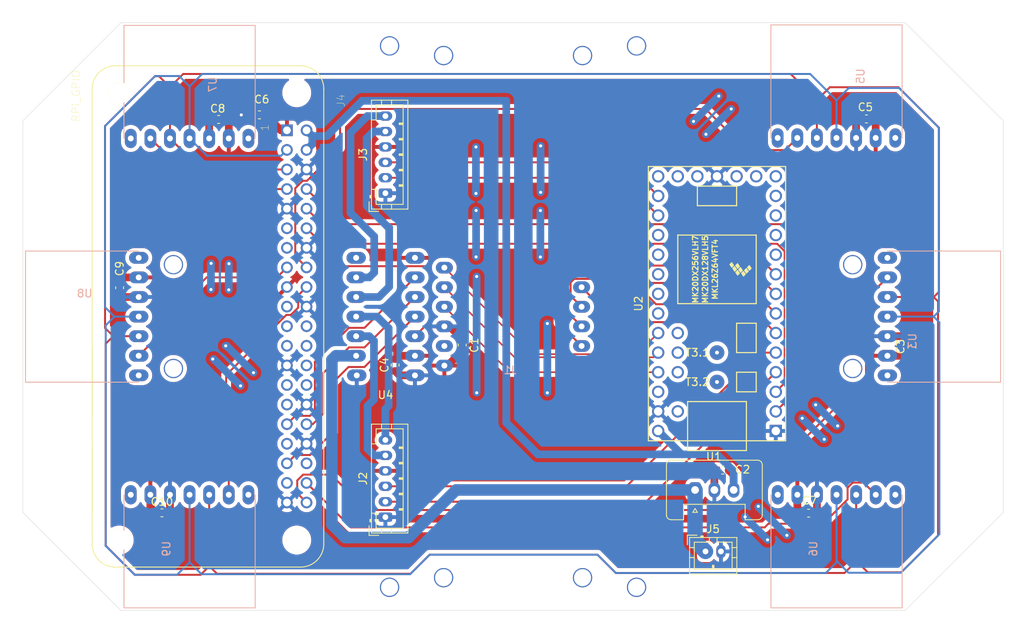
<source format=kicad_pcb>
(kicad_pcb (version 20211014) (generator pcbnew)
  (title_block (title "PacBot 2022 PCB"))
  (layers (0 "F.Cu" signal) (31 "B.Cu" signal) (34 "B.Paste" user) (35 "F.Paste" user) (36 "B.SilkS" user "B.Silkscreen") (37 "F.SilkS" user "F.Silkscreen") (38 "B.Mask" user) (39 "F.Mask" user) (44 "Edge.Cuts" user))
  (net 0 "")
  (net 1 "+3V3")
  (net 2 "GND")
  (net 3 "+5V")
  (net 5 "/SDA1")
  (net 6 "/SCL1")
  (net 7 "/IMU_RST")
  (net 8 "/IMU_PS0")
  (net 9 "/IMU_PS1")
  (net 10 "/IMU_INT")
  (net 11 "/IMU_ADR")
  (net 12 "/L_EN_B")
  (net 13 "/L_EN_A")
  (net 14 "Net-(J2-Pad5)")
  (net 15 "Net-(J2-Pad6)")
  (net 16 "/R_EN_B")
  (net 17 "/R_EN_A")
  (net 18 "Net-(J3-Pad5)")
  (net 19 "Net-(J3-Pad6)")
  (net 20 "/IRB_EN")
  (net 21 "/IRC_EN")
  (net 24 "/BPH")
  (net 26 "/AEN")
  (net 27 "/APH")
  (net 37 "/IRF_EN")
  (net 38 "/IRE_EN")
  (net 39 "/IRA_EN")
  (net 41 "/BEN")
  (net 43 "/COM_TO_PI")
  (net 44 "/COM_TO_TN")
  (net 45 "/IRD_EN")
  (net 46 "/SCL0")
  (net 47 "/SDA0")
  (net 48 "/VBAT")
  (footprint "Capacitor_SMD:C_0603_1608Metric" (layer "F.Cu") (at 105.49 79.47 180)
    (fp_text reference "C8")
    (fp_text value "1uF")
  )
  (footprint "Capacitor_SMD:C_0603_1608Metric" (layer "F.Cu") (at 110.77 78.87 180)
    (fp_text reference "C6")
    (fp_text value "1uF")
  )
  (footprint "Capacitor_SMD:C_0603_1608Metric" (layer "F.Cu") (at 92.66 101.29 -90)
    (fp_text reference "C9")
    (fp_text value "1uF")
  )
  (footprint "Connector_JST:JST_PH_B2B-PH-K_1x02_P2.00mm_Vertical" (layer "F.Cu") (at 168.56 135.48)
    (fp_text reference "J5")
    (fp_text value "Conn_Batt")
  )
  (footprint "Capacitor_SMD:C_0603_1608Metric" (layer "F.Cu") (at 137.04 108.715 90)
    (fp_text reference "C1")
    (fp_text value "1uF")
  )
  (footprint "Connector_JST:JST_PH_B6B-PH-K_1x06_P2.00mm_Vertical" (layer "F.Cu") (at 127.09 89.03 90)
    (fp_text reference "J3")
    (fp_text value "conn_motor-encoder_R")
  )
  (footprint "Capacitor_SMD:C_0603_1608Metric" (layer "F.Cu") (at 170.79 124.93 180)
    (fp_text reference "C2")
    (fp_text value "1uF")
  )
  (footprint "Capacitor_SMD:C_0603_1608Metric" (layer "F.Cu") (at 128.35 111.31 -90)
    (fp_text reference "C4")
    (fp_text value "1uF")
  )
  (footprint "ADA3708:ADA3708_RPI-ZERO" (layer "F.Cu") (at 115.605 105.005 -90)
    (fp_text reference "J4")
    (fp_text value "RPi_GPIO")
  )
  (footprint "Connector_Stocko:Stocko_MKS_1653-6-0-303_1x3_P2.50mm_Vertical" (layer "F.Cu") (at 167.21 127.51)
    (fp_text reference "U1")
    (fp_text value "L7805")
  )
  (footprint "Capacitor_SMD:C_0603_1608Metric" (layer "F.Cu") (at 189.41 79.4 180)
    (fp_text reference "C5")
    (fp_text value "1uF")
  )
  (footprint "Capacitor_SMD:C_0603_1608Metric" (layer "F.Cu") (at 98.14 130.47)
    (fp_text reference "C10")
    (fp_text value "1uF")
  )
  (footprint "Capacitor_SMD:C_0603_1608Metric" (layer "F.Cu") (at 181.92 130.52)
    (fp_text reference "C7")
    (fp_text value "1uF")
  )
  (footprint "Connector_JST:JST_PH_B6B-PH-K_1x06_P2.00mm_Vertical" (layer "F.Cu") (at 127.09 131.03 90)
    (fp_text reference "J2")
    (fp_text value "conn_motor-encoder_L")
  )
  (footprint "Capacitor_SMD:C_0603_1608Metric" (layer "F.Cu") (at 195.3 108.985 -90)
    (fp_text reference "C3")
    (fp_text value "1uF")
  )
  (footprint "pacbot:drv8835" (layer "F.Cu") (at 127.11 105.03 180)
    (fp_text reference "U4")
    (fp_text value "DRV8835")
  )
  (footprint "teensy:Teensy30_31_32_LC" (layer "F.Cu") (at 170.05 103.35 90)
    (fp_text reference "U2")
    (fp_text value "Teensy-LC")
  )
  (footprint "pacbot:conn_ir" (layer "B.Cu") (at 185.54 128.13 -90)
    (fp_text reference "U6")
    (fp_text value "VL6180X")
  )
  (footprint "pacbot:conn_ir" (layer "B.Cu") (at 101.72 81.93 90)
    (fp_text reference "U7")
    (fp_text value "VL6180X")
  )
  (footprint "pacbot:conn_ir" (layer "B.Cu") (at 95.13 105.03 180)
    (fp_text reference "U8")
    (fp_text value "VL6180X")
  )
  (footprint "pacbot:conn_ir" (layer "B.Cu") (at 101.72 128.13 -90)
    (fp_text reference "U9")
    (fp_text value "VL6180X")
  )
  (footprint "pacbot:conn_ir" (layer "B.Cu") (at 192.13 105.03)
    (fp_text reference "U3")
    (fp_text value "VL6180X")
  )
  (footprint "pacbot:conn_imu" (layer "B.Cu") (at 134.73 105.03)
    (fp_text reference "J1")
    (fp_text value "conn_imu")
  )
  (footprint "pacbot:conn_ir" (layer "B.Cu") (at 185.53 81.865 90)
    (fp_text reference "U5")
    (fp_text value "VL6180X")
  )
  (gr_line (start 80.13 79.63) (end 92.83 66.93) (layer "Edge.Cuts") (width 0.05))
  (gr_line (start 92.83 66.93) (end 194.43 66.93) (layer "Edge.Cuts") (width 0.05))
  (gr_line (start 207.13 130.43) (end 194.43 143.13) (layer "Edge.Cuts") (width 0.05))
  (gr_line (start 80.13 130.43) (end 80.13 79.63) (layer "Edge.Cuts") (width 0.05))
  (gr_line (start 80.13 130.43) (end 92.83 143.13) (layer "Edge.Cuts") (width 0.05))
  (gr_line (start 207.13 79.63) (end 207.13 130.43) (layer "Edge.Cuts") (width 0.05))
  (gr_line (start 194.43 143.13) (end 92.83 143.13) (layer "Edge.Cuts") (width 0.05))
  (gr_line (start 207.13 79.63) (end 194.43 66.93) (layer "Edge.Cuts") (width 0.05))
  (via (at 99.63 98.299) (size 2.5) (drill 2.2) (layers "F.Cu" "B.Cu") (net 0))
  (via (at 152.63 138.88) (size 2.5) (drill 2.2) (layers "F.Cu" "B.Cu") (net 0))
  (via (at 187.63 98.299) (size 2.5) (drill 2.2) (layers "F.Cu" "B.Cu") (net 0))
  (via (at 152.63 71.18) (size 2.5) (drill 2.2) (layers "F.Cu" "B.Cu") (net 0))
  (via (at 127.63 140.13) (size 2.5) (drill 2.2) (layers "F.Cu" "B.Cu") (net 0))
  (via (at 127.63 69.93) (size 2.5) (drill 2.2) (layers "F.Cu" "B.Cu") (net 0))
  (via (at 99.63 111.761) (size 2.5) (drill 2.2) (layers "F.Cu" "B.Cu") (net 0))
  (via (at 159.63 140.13) (size 2.5) (drill 2.2) (layers "F.Cu" "B.Cu") (net 0))
  (via (at 187.63 111.761) (size 2.5) (drill 2.2) (layers "F.Cu" "B.Cu") (net 0))
  (via (at 134.63 138.88) (size 2.5) (drill 2.2) (layers "F.Cu" "B.Cu") (net 0))
  (via (at 159.63 69.93) (size 2.5) (drill 2.2) (layers "F.Cu" "B.Cu") (net 0))
  (via (at 134.63 71.18) (size 2.5) (drill 2.2) (layers "F.Cu" "B.Cu") (net 0))
  (segment (start 106.8 81.93) (end 106.8 80.005) (width 1) (layer "F.Cu") (net 1))
  (segment (start 180.46 128.13) (end 180.46 129.835) (width 1) (layer "F.Cu") (net 1))
  (segment (start 167.01 79.72) (end 167.07 79.66) (width 0.25) (layer "F.Cu") (net 1))
  (segment (start 95.13 99.95) (end 93.225 99.95) (width 1) (layer "F.Cu") (net 1))
  (segment (start 192.13 110.11) (end 194.95 110.11) (width 1) (layer "F.Cu") (net 1))
  (segment (start 106.8 80.005) (end 106.265 79.47) (width 1) (layer "F.Cu") (net 1))
  (segment (start 130.92 110.11) (end 128.775 110.11) (width 1) (layer "F.Cu") (net 1))
  (segment (start 194.95 110.11) (end 195.3 109.76) (width 1) (layer "F.Cu") (net 1))
  (segment (start 134.73 111.38) (end 135.15 111.38) (width 1) (layer "F.Cu") (net 1))
  (segment (start 135.15 111.38) (end 137.04 109.49) (width 1) (layer "F.Cu") (net 1))
  (segment (start 180.46 129.835) (end 181.145 130.52) (width 1) (layer "F.Cu") (net 1))
  (segment (start 190.61 81.865) (end 190.61 79.825) (width 1) (layer "F.Cu") (net 1))
  (segment (start 113.55 80.875) (end 111.545 78.87) (width 1) (layer "F.Cu") (net 1))
  (segment (start 96.64 129.745) (end 97.365 130.47) (width 1) (layer "F.Cu") (net 1))
  (segment (start 93.225 99.95) (end 92.66 100.515) (width 1) (layer "F.Cu") (net 1))
  (segment (start 128.775 110.11) (end 128.35 110.535) (width 1) (layer "F.Cu") (net 1))
  (segment (start 96.64 128.13) (end 96.64 129.745) (width 1) (layer "F.Cu") (net 1))
  (segment (start 190.61 79.825) (end 190.185 79.4) (width 1) (layer "F.Cu") (net 1))
  (segment (start 114.335 80.875) (end 113.55 80.875) (width 1) (layer "F.Cu") (net 1))
  (via (at 106.8 101.56) (size 0.8) (drill 0.4) (layers "F.Cu" "B.Cu") (net 1))
  (via (at 138.82 89.06) (size 0.8) (drill 0.4) (layers "F.Cu" "B.Cu") (net 1))
  (via (at 138.84 91.27) (size 0.8) (drill 0.4) (layers "F.Cu" "B.Cu") (net 1))
  (via (at 110 112.3) (size 0.8) (drill 0.4) (layers "F.Cu" "B.Cu") (net 1))
  (via (at 170.28 76.44) (size 0.8) (drill 0.4) (layers "F.Cu" "B.Cu") (net 1))
  (via (at 147.17 97.3) (size 0.8) (drill 0.4) (layers "F.Cu" "B.Cu") (net 1))
  (via (at 104.51 98.13) (size 0.8) (drill 0.4) (layers "F.Cu" "B.Cu") (net 1))
  (via (at 167.01 79.72) (size 0.8) (drill 0.4) (layers "F.Cu" "B.Cu") (net 1))
  (via (at 181.09 118.21) (size 0.8) (drill 0.4) (layers "F.Cu" "B.Cu") (net 1))
  (via (at 104.72 110.53) (size 0.8) (drill 0.4) (layers "F.Cu" "B.Cu") (net 1))
  (via (at 176.6 133.97) (size 0.8) (drill 0.4) (layers "F.Cu" "B.Cu") (net 1))
  (via (at 138.84 97.29) (size 0.8) (drill 0.4) (layers "F.Cu" "B.Cu") (net 1))
  (via (at 104.49 101.52) (size 0.8) (drill 0.4) (layers "F.Cu" "B.Cu") (net 1))
  (via (at 185.68 119.2) (size 0.8) (drill 0.4) (layers "F.Cu" "B.Cu") (net 1))
  (via (at 148.07 114.91) (size 0.8) (drill 0.4) (layers "F.Cu" "B.Cu") (net 1))
  (via (at 108.32 114.01) (size 0.8) (drill 0.4) (layers "F.Cu" "B.Cu") (net 1))
  (via (at 147.198807 82.893245) (size 0.8) (drill 0.4) (layers "F.Cu" "B.Cu") (net 1))
  (via (at 106.4 108.82) (size 0.8) (drill 0.4) (layers "F.Cu" "B.Cu") (net 1))
  (via (at 183.94 120.94) (size 0.8) (drill 0.4) (layers "F.Cu" "B.Cu") (net 1))
  (via (at 173.69 130.99) (size 0.8) (drill 0.4) (layers "F.Cu" "B.Cu") (net 1))
  (via (at 175.4 129.63) (size 0.8) (drill 0.4) (layers "F.Cu" "B.Cu") (net 1))
  (via (at 168.62 81.39) (size 0.8) (drill 0.4) (layers "F.Cu" "B.Cu") (net 1))
  (via (at 147.198807 88.913245) (size 0.8) (drill 0.4) (layers "F.Cu" "B.Cu") (net 1))
  (via (at 182.83 116.47) (size 0.8) (drill 0.4) (layers "F.Cu" "B.Cu") (net 1))
  (via (at 138.82 83.04) (size 0.8) (drill 0.4) (layers "F.Cu" "B.Cu") (net 1))
  (via (at 171.89 78.11) (size 0.8) (drill 0.4) (layers "F.Cu" "B.Cu") (net 1))
  (via (at 179.1 133.39) (size 0.8) (drill 0.4) (layers "F.Cu" "B.Cu") (net 1))
  (via (at 138.91 99.83) (size 0.8) (drill 0.4) (layers "F.Cu" "B.Cu") (net 1))
  (via (at 138.92 114.91) (size 0.8) (drill 0.4) (layers "F.Cu" "B.Cu") (net 1))
  (via (at 106.82 98.17) (size 0.8) (drill 0.4) (layers "F.Cu" "B.Cu") (net 1))
  (via (at 147.17 91.28) (size 0.8) (drill 0.4) (layers "F.Cu" "B.Cu") (net 1))
  (via (at 148.07 105.93) (size 0.8) (drill 0.4) (layers "F.Cu" "B.Cu") (net 1))
  (segment (start 138.82 89.06) (end 138.82 83.04) (width 1) (layer "B.Cu") (net 1))
  (segment (start 185.56 119.2) (end 182.83 116.47) (width 1) (layer "B.Cu") (net 1))
  (segment (start 167.01 79.72) (end 167.01 79.71) (width 1) (layer "B.Cu") (net 1))
  (segment (start 167.01 79.71) (end 170.28 76.44) (width 1) (layer "B.Cu") (net 1))
  (segment (start 183.94 120.94) (end 183.82 120.94) (width 1) (layer "B.Cu") (net 1))
  (segment (start 147.17 97.3) (end 147.17 91.28) (width 1) (layer "B.Cu") (net 1))
  (segment (start 104.84 110.53) (end 108.32 114.01) (width 1) (layer "B.Cu") (net 1))
  (segment (start 106.52 108.82) (end 110 112.3) (width 1) (layer "B.Cu") (net 1))
  (segment (start 183.82 120.94) (end 181.09 118.21) (width 1) (layer "B.Cu") (net 1))
  (segment (start 138.91 99.83) (end 138.91 114.9) (width 1) (layer "B.Cu") (net 1))
  (segment (start 148.07 114.91) (end 148.07 105.93) (width 1) (layer "B.Cu") (net 1))
  (segment (start 104.49 101.52) (end 104.49 98.15) (width 1) (layer "B.Cu") (net 1))
  (segment (start 168.62 81.38) (end 171.89 78.11) (width 1) (layer "B.Cu") (net 1))
  (segment (start 106.8 101.56) (end 106.8 98.19) (width 1) (layer "B.Cu") (net 1))
  (segment (start 147.198807 88.913245) (end 147.198807 82.893245) (width 1) (layer "B.Cu") (net 1))
  (segment (start 173.69 131.06) (end 176.6 133.97) (width 1) (layer "B.Cu") (net 1))
  (segment (start 104.49 98.15) (end 104.51 98.13) (width 1) (layer "B.Cu") (net 1))
  (segment (start 106.4 108.82) (end 106.52 108.82) (width 1) (layer "B.Cu") (net 1))
  (segment (start 173.69 130.99) (end 173.69 131.06) (width 1) (layer "B.Cu") (net 1))
  (segment (start 138.84 97.29) (end 138.84 91.27) (width 1) (layer "B.Cu") (net 1))
  (segment (start 179.09 133.39) (end 179.1 133.39) (width 1) (layer "B.Cu") (net 1))
  (segment (start 175.4 129.7) (end 179.09 133.39) (width 1) (layer "B.Cu") (net 1))
  (segment (start 93.085 102.49) (end 92.66 102.065) (width 1) (layer "F.Cu") (net 2))
  (segment (start 135.4 106.3) (end 137.04 107.94) (width 1) (layer "F.Cu") (net 2))
  (segment (start 183 130.215) (end 182.695 130.52) (width 1) (layer "F.Cu") (net 2))
  (segment (start 95.13 102.49) (end 93.085 102.49) (width 1) (layer "F.Cu") (net 2))
  (segment (start 99.18 128.13) (end 99.18 130.205) (width 1) (layer "F.Cu") (net 2))
  (segment (start 104.26 79.925) (end 104.715 79.47) (width 1) (layer "F.Cu") (net 2))
  (segment (start 130.92 112.65) (end 128.915 112.65) (width 1) (layer "F.Cu") (net 2))
  (segment (start 169.71 127.51) (end 169.71 125.235) (width 1) (layer "F.Cu") (net 2))
  (segment (start 192.13 107.57) (end 194.66 107.57) (width 1) (layer "F.Cu") (net 2))
  (segment (start 194.66 107.57) (end 195.3 108.21) (width 1) (layer "F.Cu") (net 2))
  (segment (start 104.26 81.93) (end 104.26 79.925) (width 1) (layer "F.Cu") (net 2))
  (segment (start 128.915 112.65) (end 128.35 112.085) (width 1) (layer "F.Cu") (net 2))
  (segment (start 169.71 125.235) (end 170.015 124.93) (width 1) (layer "F.Cu") (net 2))
  (segment (start 109.995 78.87) (end 108.43 78.87) (width 1) (layer "F.Cu") (net 2))
  (segment (start 108.43 78.87) (end 108.42 78.88) (width 1) (layer "F.Cu") (net 2))
  (segment (start 99.18 130.205) (end 98.915 130.47) (width 1) (layer "F.Cu") (net 2))
  (segment (start 134.73 106.3) (end 135.4 106.3) (width 1) (layer "F.Cu") (net 2))
  (segment (start 188.07 81.865) (end 188.07 79.965) (width 1) (layer "F.Cu") (net 2))
  (segment (start 183 128.13) (end 183 130.215) (width 1) (layer "F.Cu") (net 2))
  (segment (start 188.07 79.965) (end 188.635 79.4) (width 1) (layer "F.Cu") (net 2))
  (via (at 108.42 78.88) (size 0.8) (drill 0.4) (layers "F.Cu" "B.Cu") (net 2))
  (segment (start 172.21 125.575) (end 171.565 124.93) (width 1) (layer "F.Cu") (net 3))
  (segment (start 172.21 127.51) (end 172.21 125.575) (width 1) (layer "F.Cu") (net 3))
  (segment (start 162.43 119.86) (end 165.46 122.89) (width 1) (layer "B.Cu") (net 3))
  (segment (start 117.62 81.62) (end 116.875 80.875) (width 1) (layer "B.Cu") (net 3))
  (segment (start 146.86 122.89) (end 142.75 118.78) (width 1) (layer "B.Cu") (net 3))
  (segment (start 142.75 118.78) (end 142.75 77.05) (width 1) (layer "B.Cu") (net 3))
  (segment (start 119.5 81.62) (end 117.62 81.62) (width 1) (layer "B.Cu") (net 3))
  (segment (start 165.46 122.89) (end 165.57 122.89) (width 1) (layer "B.Cu") (net 3))
  (segment (start 172.21 127.51) (end 172.21 125.06) (width 1) (layer "B.Cu") (net 3))
  (segment (start 170.04 122.89) (end 165.57 122.89) (width 1) (layer "B.Cu") (net 3))
  (segment (start 117.62 82.67) (end 116.875 83.415) (width 1) (layer "B.Cu") (net 3))
  (segment (start 124.07 77.05) (end 119.5 81.62) (width 1) (layer "B.Cu") (net 3))
  (segment (start 142.75 77.05) (end 124.07 77.05) (width 1) (layer "B.Cu") (net 3))
  (segment (start 165.57 122.89) (end 146.86 122.89) (width 1) (layer "B.Cu") (net 3))
  (segment (start 172.21 125.06) (end 170.04 122.89) (width 1) (layer "B.Cu") (net 3))
  (segment (start 117.62 81.62) (end 117.62 82.67) (width 1) (layer "B.Cu") (net 3))
  (segment (start 134.73 103.76) (end 143.21 112.24) (width 0.2) (layer "F.Cu") (net 5))
  (segment (start 143.21 112.24) (end 162.43 112.24) (width 0.2) (layer "F.Cu") (net 5))
  (segment (start 134.73 101.22) (end 143.809039 110.299039) (width 0.2) (layer "F.Cu") (net 6))
  (segment (start 143.809039 110.299039) (end 161.830961 110.299039) (width 0.2) (layer "F.Cu") (net 6))
  (segment (start 161.830961 110.299039) (end 162.43 109.7) (width 0.2) (layer "F.Cu") (net 6))
  (segment (start 145.94952 109.89952) (end 159.69048 109.89952) (width 0.2) (layer "F.Cu") (net 7))
  (segment (start 159.69048 109.89952) (end 162.43 107.16) (width 0.2) (layer "F.Cu") (net 7))
  (segment (start 134.73 98.68) (end 145.94952 109.89952) (width 0.2) (layer "F.Cu") (net 7))
  (segment (start 176.545489 98.415489) (end 177.67 99.54) (width 0.25) (layer "F.Cu") (net 8))
  (segment (start 149.51 99.8) (end 150.894511 98.415489) (width 0.25) (layer "F.Cu") (net 8))
  (segment (start 150.894511 98.415489) (end 176.545489 98.415489) (width 0.25) (layer "F.Cu") (net 8))
  (segment (start 152.51 108.84) (end 149.51 105.84) (width 0.25) (layer "F.Cu") (net 8))
  (segment (start 149.51 105.84) (end 149.51 99.8) (width 0.25) (layer "F.Cu") (net 8))
  (segment (start 176.254511 100.664511) (end 177.67 102.08) (width 0.25) (layer "F.Cu") (net 9))
  (segment (start 152.51 106.3) (end 150.26 104.05) (width 0.25) (layer "F.Cu") (net 9))
  (segment (start 150.26 104.05) (end 150.26 100.17) (width 0.25) (layer "F.Cu") (net 9))
  (segment (start 160.404511 100.664511) (end 176.254511 100.664511) (width 0.25) (layer "F.Cu") (net 9))
  (segment (start 150.76 99.67) (end 159.41 99.67) (width 0.25) (layer "F.Cu") (net 9))
  (segment (start 159.41 99.67) (end 160.404511 100.664511) (width 0.25) (layer "F.Cu") (net 9))
  (segment (start 150.26 100.17) (end 150.76 99.67) (width 0.25) (layer "F.Cu") (net 9))
  (segment (start 152.51 103.76) (end 151.08548 102.33548) (width 0.25) (layer "F.Cu") (net 10))
  (segment (start 162.16 103.43) (end 176.48 103.43) (width 0.25) (layer "F.Cu") (net 10))
  (segment (start 176.48 103.43) (end 177.67 104.62) (width 0.25) (layer "F.Cu") (net 10))
  (segment (start 158.86548 100.13548) (end 162.16 103.43) (width 0.25) (layer "F.Cu") (net 10))
  (segment (start 151.08548 100.60452) (end 151.55452 100.13548) (width 0.25) (layer "F.Cu") (net 10))
  (segment (start 151.08548 102.33548) (end 151.08548 100.60452) (width 0.25) (layer "F.Cu") (net 10))
  (segment (start 151.55452 100.13548) (end 158.86548 100.13548) (width 0.25) (layer "F.Cu") (net 10))
  (segment (start 176.254511 105.744511) (end 177.67 107.16) (width 0.25) (layer "F.Cu") (net 11))
  (segment (start 157.034511 105.744511) (end 176.254511 105.744511) (width 0.25) (layer "F.Cu") (net 11))
  (segment (start 157.034511 105.744511) (end 152.51 101.22) (width 0.25) (layer "F.Cu") (net 11))
  (segment (start 127.09 129.03) (end 160.88 129.03) (width 0.25) (layer "F.Cu") (net 12))
  (segment (start 160.88 129.03) (end 177.67 112.24) (width 0.25) (layer "F.Cu") (net 12))
  (segment (start 158.332432 127.03) (end 175.662432 109.7) (width 0.25) (layer "F.Cu") (net 13))
  (segment (start 175.662432 109.7) (end 177.67 109.7) (width 0.25) (layer "F.Cu") (net 13))
  (segment (start 127.09 127.03) (end 158.332432 127.03) (width 0.25) (layer "F.Cu") (net 13))
  (segment (start 124.79 116.59) (end 125.61 115.77) (width 1) (layer "B.Cu") (net 14))
  (segment (start 127.09 123.03) (end 125.63 123.03) (width 1) (layer "B.Cu") (net 14))
  (segment (start 125.61 115.77) (end 125.61 108.18) (width 1) (layer "B.Cu") (net 14))
  (segment (start 125.61 108.18) (end 125 107.57) (width 1) (layer "B.Cu") (net 14))
  (segment (start 125.63 123.03) (end 124.79 122.19) (width 1) (layer "B.Cu") (net 14))
  (segment (start 124.79 122.19) (end 124.79 116.59) (width 1) (layer "B.Cu") (net 14))
  (segment (start 125 107.57) (end 123.3 107.57) (width 1) (layer "B.Cu") (net 14))
  (segment (start 127.51 116.59) (end 127.51 106.54) (width 1) (layer "B.Cu") (net 15))
  (segment (start 127.09 121.03) (end 127.09 117.01) (width 1) (layer "B.Cu") (net 15))
  (segment (start 127.51 106.54) (end 126 105.03) (width 1) (layer "B.Cu") (net 15))
  (segment (start 127.09 117.01) (end 127.51 116.59) (width 1) (layer "B.Cu") (net 15))
  (segment (start 126 105.03) (end 123.3 105.03) (width 1) (layer "B.Cu") (net 15))
  (segment (start 157.54 87.03) (end 162.43 91.92) (width 0.25) (layer "F.Cu") (net 16))
  (segment (start 127.09 87.03) (end 157.54 87.03) (width 0.25) (layer "F.Cu") (net 16))
  (segment (start 158.08 85.03) (end 162.43 89.38) (width 0.25) (layer "F.Cu") (net 17))
  (segment (start 127.09 85.03) (end 158.08 85.03) (width 0.25) (layer "F.Cu") (net 17))
  (segment (start 124.66 81.91) (end 124.66 90.66) (width 1) (layer "B.Cu") (net 18))
  (segment (start 125.54 81.03) (end 124.66 81.91) (width 1) (layer "B.Cu") (net 18))
  (segment (start 126.25 102.49) (end 123.3 102.49) (width 1) (layer "B.Cu") (net 18))
  (segment (start 127.5 93.5) (end 127.58 93.5) (width 1) (layer "B.Cu") (net 18))
  (segment (start 127.58 101.16) (end 126.25 102.49) (width 1) (layer "B.Cu") (net 18))
  (segment (start 124.66 90.66) (end 127.5 93.5) (width 1) (layer "B.Cu") (net 18))
  (segment (start 127.09 81.03) (end 125.54 81.03) (width 1) (layer "B.Cu") (net 18))
  (segment (start 127.58 93.5) (end 127.58 101.16) (width 1) (layer "B.Cu") (net 18))
  (segment (start 127.09 79.03) (end 124.74 79.03) (width 1) (layer "B.Cu") (net 19))
  (segment (start 125.64 99.31) (end 125 99.95) (width 1) (layer "B.Cu") (net 19))
  (segment (start 124.74 79.03) (end 122.57 81.2) (width 1) (layer "B.Cu") (net 19))
  (segment (start 125 99.95) (end 123.3 99.95) (width 1) (layer "B.Cu") (net 19))
  (segment (start 122.57 81.2) (end 122.57 91.57) (width 1) (layer "B.Cu") (net 19))
  (segment (start 125.64 94.64) (end 125.64 99.31) (width 1) (layer "B.Cu") (net 19))
  (segment (start 122.57 91.57) (end 125.64 94.64) (width 1) (layer "B.Cu") (net 19))
  (segment (start 172.13452 130.10548) (end 124.631198 130.10548) (width 0.25) (layer "F.Cu") (net 20))
  (segment (start 189.36 102.72) (end 192.13 99.95) (width 0.25) (layer "F.Cu") (net 20))
  (segment (start 116.428265 125.516489) (end 115.67 126.274754) (width 0.25) (layer "F.Cu") (net 20))
  (segment (start 124.631198 130.10548) (end 120.042207 125.516489) (width 0.25) (layer "F.Cu") (net 20))
  (segment (start 115.67 127.93) (end 116.875 129.135) (width 0.25) (layer "F.Cu") (net 20))
  (segment (start 120.042207 125.516489) (end 116.428265 125.516489) (width 0.25) (layer "F.Cu") (net 20))
  (segment (start 172.13452 130.10548) (end 189.36 112.88) (width 0.25) (layer "F.Cu") (net 20))
  (segment (start 189.36 112.88) (end 189.36 102.72) (width 0.25) (layer "F.Cu") (net 20))
  (segment (start 115.67 126.274754) (end 115.67 127.93) (width 0.25) (layer "F.Cu") (net 20))
  (segment (start 176.704511 131.885489) (end 183.809082 131.885489) (width 0.25) (layer "F.Cu") (net 21))
  (segment (start 186.97 128.724571) (end 186.97 127.215429) (width 0.25) (layer "F.Cu") (net 21))
  (segment (start 122.64 132.36) (end 116.875 126.595) (width 0.25) (layer "F.Cu") (net 21))
  (segment (start 189.04 126.55) (end 190.62 128.13) (width 0.25) (layer "F.Cu") (net 21))
  (segment (start 187.635429 126.55) (end 189.04 126.55) (width 0.25) (layer "F.Cu") (net 21))
  (segment (start 183.809082 131.885489) (end 186.97 128.724571) (width 0.25) (layer "F.Cu") (net 21))
  (segment (start 176.23 132.36) (end 176.704511 131.885489) (width 0.25) (layer "F.Cu") (net 21))
  (segment (start 186.97 127.215429) (end 187.635429 126.55) (width 0.25) (layer "F.Cu") (net 21))
  (segment (start 176.23 132.36) (end 122.64 132.36) (width 0.25) (layer "F.Cu") (net 21))
  (segment (start 117.321735 122.976489) (end 115.413511 122.976489) (width 0.25) (layer "F.Cu") (net 24))
  (segment (start 122.30604 111.56348) (end 120.31 113.55952) (width 0.25) (layer "F.Cu") (net 24))
  (segment (start 120.31 119.988224) (end 117.321735 122.976489) (width 0.25) (layer "F.Cu") (net 24))
  (segment (start 115.413511 122.976489) (end 114.335 124.055) (width 0.25) (layer "F.Cu") (net 24))
  (segment (start 124.38652 111.56348) (end 122.30604 111.56348) (width 0.25) (layer "F.Cu") (net 24))
  (segment (start 130.92 105.03) (end 124.38652 111.56348) (width 0.25) (layer "F.Cu") (net 24))
  (segment (start 120.31 113.55952) (end 120.31 119.988224) (width 0.25) (layer "F.Cu") (net 24))
  (segment (start 119.06 112.325429) (end 119.06 117.6) (width 0.25) (layer "F.Cu") (net 26))
  (segment (start 122.361949 109.02348) (end 119.06 112.325429) (width 0.25) (layer "F.Cu") (net 26))
  (segment (start 119.06 117.6) (end 117.685 118.975) (width 0.25) (layer "F.Cu") (net 26))
  (segment (start 117.685 118.975) (end 116.875 118.975) (width 0.25) (layer "F.Cu") (net 26))
  (segment (start 124.38652 109.02348) (end 122.361949 109.02348) (width 0.25) (layer "F.Cu") (net 26))
  (segment (start 130.92 102.49) (end 124.38652 109.02348) (width 0.25) (layer "F.Cu") (net 26))
  (segment (start 117.953511 110.891918) (end 117.953511 117.264713) (width 0.25) (layer "F.Cu") (net 27))
  (segment (start 124.38652 106.48348) (end 122.361949 106.48348) (width 0.25) (layer "F.Cu") (net 27))
  (segment (start 122.361949 106.48348) (end 117.953511 110.891918) (width 0.25) (layer "F.Cu") (net 27))
  (segment (start 115.413511 117.896489) (end 114.335 118.975) (width 0.25) (layer "F.Cu") (net 27))
  (segment (start 130.92 99.95) (end 124.38652 106.48348) (width 0.25) (layer "F.Cu") (net 27))
  (segment (start 117.953511 117.264713) (end 117.321735 117.896489) (width 0.25) (layer "F.Cu") (net 27))
  (segment (start 117.321735 117.896489) (end 115.413511 117.896489) (width 0.25) (layer "F.Cu") (net 27))
  (segment (start 114.256489 104.813511) (end 106.46 112.61) (width 0.25) (layer "F.Cu") (net 37))
  (segment (start 114.256489 104.813511) (end 114.842978 104.813511) (width 0.25) (layer "F.Cu") (net 37))
  (segment (start 106.46 124.89) (end 106.8 125.23) (width 0.25) (layer "F.Cu") (net 37))
  (segment (start 106.46 112.61) (end 106.46 124.89) (width 0.25) (layer "F.Cu") (net 37))
  (segment (start 106.8 125.23) (end 106.8 128.13) (width 0.25) (layer "F.Cu") (net 37))
  (segment (start 115.796489 103.86) (end 115.796489 102.273511) (width 0.25) (layer "F.Cu") (net 37))
  (segment (start 115.796489 102.273511) (end 116.875 101.195) (width 0.25) (layer "F.Cu") (net 37))
  (segment (start 114.842978 104.813511) (end 115.796489 103.86) (width 0.25) (layer "F.Cu") (net 37))
  (segment (start 123.24452 78.10548) (end 121.22 80.13) (width 0.25) (layer "F.Cu") (net 38))
  (segment (start 178.87548 83.43952) (end 180.45 81.865) (width 0.25) (layer "F.Cu") (net 38))
  (segment (start 116.938757 87.416489) (end 116.383511 87.416489) (width 0.25) (layer "F.Cu") (net 38))
  (segment (start 121.22 83.135246) (end 116.938757 87.416489) (width 0.25) (layer "F.Cu") (net 38))
  (segment (start 115.413511 97.193511) (end 116.875 98.655) (width 0.25) (layer "F.Cu") (net 38))
  (segment (start 121.22 80.13) (end 121.22 83.135246) (width 0.25) (layer "F.Cu") (net 38))
  (segment (start 116.383511 87.416489) (end 115.413511 88.386489) (width 0.25) (layer "F.Cu") (net 38))
  (segment (start 173.89952 83.43952) (end 178.87548 83.43952) (width 0.25) (layer "F.Cu") (net 38))
  (segment (start 173.89952 83.43952) (end 168.56548 78.10548) (width 0.25) (layer "F.Cu") (net 38))
  (segment (start 168.56548 78.10548) (end 123.24452 78.10548) (width 0.25) (layer "F.Cu") (net 38))
  (segment (start 115.413511 88.386489) (end 115.413511 97.193511) (width 0.25) (layer "F.Cu") (net 38))
  (segment (start 114.335 98.655) (end 113.04 99.95) (width 0.25) (layer "F.Cu") (net 39))
  (segment (start 102.32 101.56) (end 102.32 102.92) (width 0.25) (layer "F.Cu") (net 39))
  (segment (start 113.04 99.95) (end 103.93 99.95) (width 0.25) (layer "F.Cu") (net 39))
  (segment (start 103.93 99.95) (end 102.32 101.56) (width 0.25) (layer "F.Cu") (net 39))
  (segment (start 102.32 102.92) (end 95.13 110.11) (width 0.25) (layer "F.Cu") (net 39))
  (segment (start 132.42652 98.49652) (end 121.79652 98.49652) (width 0.25) (layer "F.Cu") (net 41))
  (segment (start 132.89 98.96) (end 132.42652 98.49652) (width 0.25) (layer "F.Cu") (net 41))
  (segment (start 132.89 105.6) (end 132.89 98.96) (width 0.25) (layer "F.Cu") (net 41))
  (segment (start 130.92 107.57) (end 132.89 105.6) (width 0.25) (layer "F.Cu") (net 41))
  (segment (start 121.79652 98.49652) (end 116.875 93.575) (width 0.25) (layer "F.Cu") (net 41))
  (segment (start 178.82 96.5597) (end 178.82 113.63) (width 0.25) (layer "F.Cu") (net 43))
  (segment (start 178.82 113.63) (end 177.67 114.78) (width 0.25) (layer "F.Cu") (net 43))
  (segment (start 121.424511 95.584511) (end 177.844811 95.584511) (width 0.25) (layer "F.Cu") (net 43))
  (segment (start 116.875 91.035) (end 121.424511 95.584511) (width 0.25) (layer "F.Cu") (net 43))
  (segment (start 177.844811 95.584511) (end 178.82 96.5597) (width 0.25) (layer "F.Cu") (net 43))
  (segment (start 116.875 88.495) (end 121.424511 93.044511) (width 0.25) (layer "F.Cu") (net 44))
  (segment (start 179.69 115.3) (end 177.67 117.32) (width 0.25) (layer "F.Cu") (net 44))
  (segment (start 179.69 93.29) (end 179.69 115.3) (width 0.25) (layer "F.Cu") (net 44))
  (segment (start 179.444511 93.044511) (end 179.69 93.29) (width 0.25) (layer "F.Cu") (net 44))
  (segment (start 121.424511 93.044511) (end 179.444511 93.044511) (width 0.25) (layer "F.Cu") (net 44))
  (segment (start 103.205 88.495) (end 96.64 81.93) (width 0.25) (layer "F.Cu") (net 45))
  (segment (start 114.335 88.495) (end 103.205 88.495) (width 0.25) (layer "F.Cu") (net 45))
  (segment (start 193.93 138.18) (end 189.58 138.18) (width 0.25) (layer "F.Cu") (net 46))
  (segment (start 198.69 133.42) (end 198.69 103.06) (width 0.25) (layer "F.Cu") (net 46))
  (segment (start 100.89 73.57) (end 179.59 73.57) (width 0.25) (layer "F.Cu") (net 46))
  (segment (start 97.76 73.86) (end 99.18 75.28) (width 0.25) (layer "F.Cu") (net 46))
  (segment (start 94.635803 138.51) (end 90.855479 134.729676) (width 0.25) (layer "F.Cu") (net 46))
  (segment (start 99.18 75.28) (end 99.18 81.93) (width 0.25) (layer "F.Cu") (net 46))
  (segment (start 103.205 85.955) (end 99.18 81.93) (width 0.25) (layer "F.Cu") (net 46))
  (segment (start 90.855479 108.544521) (end 91.83 107.57) (width 0.25) (layer "F.Cu") (net 46))
  (segment (start 198.13 102.5) (end 198.12 102.49) (width 0.25) (layer "F.Cu") (net 46))
  (segment (start 198.69 103.06) (end 198.13 102.5) (width 0.25) (layer "F.Cu") (net 46))
  (segment (start 105.27 138.37) (end 104.28 137.38) (width 0.25) (layer "F.Cu") (net 46))
  (segment (start 193.56 75.29) (end 184.67 75.29) (width 0.25) (layer "F.Cu") (net 46))
  (segment (start 90.77 80.314197) (end 90.77 106.51) (width 0.25) (layer "F.Cu") (net 46))
  (segment (start 179.59 73.57) (end 182.99 76.97) (width 0.25) (layer "F.Cu") (net 46))
  (segment (start 90.77 106.51) (end 91.83 107.57) (width 0.25) (layer "F.Cu") (net 46))
  (segment (start 198.79 80.52) (end 193.56 75.29) (width 0.25) (layer "F.Cu") (net 46))
  (segment (start 184.67 75.29) (end 182.99 76.97) (width 0.25) (layer "F.Cu") (net 46))
  (segment (start 104.28 137.38) (end 104.26 137.36) (width 0.25) (layer "F.Cu") (net 46))
  (segment (start 91.83 107.57) (end 95.13 107.57) (width 0.25) (layer "F.Cu") (net 46))
  (segment (start 100.89 73.57) (end 99.18 75.28) (width 0.25) (layer "F.Cu") (net 46))
  (segment (start 94.635803 138.51) (end 103.15 138.51) (width 0.25) (layer "F.Cu") (net 46))
  (segment (start 188.12 136.72) (end 188.08 136.68) (width 0.25) (layer "F.Cu") (net 46))
  (segment (start 130.35 138.37) (end 105.27 138.37) (width 0.25) (layer "F.Cu") (net 46))
  (segment (start 198.12 102.49) (end 192.13 102.49) (width 0.25) (layer "F.Cu") (net 46))
  (segment (start 188.08 136.68) (end 188.08 128.13) (width 0.25) (layer "F.Cu") (net 46))
  (segment (start 198.13 102.5) (end 198.79 101.84) (width 0.25) (layer "F.Cu") (net 46))
  (segment (start 103.15 138.51) (end 104.28 137.38) (width 0.25) (layer "F.Cu") (net 46))
  (segment (start 104.26 137.36) (end 104.26 128.13) (width 0.25) (layer "F.Cu") (net 46))
  (segment (start 182.99 76.97) (end 182.99 81.865) (width 0.25) (layer "F.Cu") (net 46))
  (segment (start 193.93 138.18) (end 198.69 133.42) (width 0.25) (layer "F.Cu") (net 46))
  (segment (start 198.79 101.84) (end 198.79 80.52) (width 0.25) (layer "F.Cu") (net 46))
  (segment (start 97.224197 73.86) (end 97.76 73.86) (width 0.25) (layer "F.Cu") (net 46))
  (segment (start 132.82 135.9) (end 154.57 135.9) (width 0.25) (layer "F.Cu") (net 46))
  (segment (start 156.94 138.27) (end 186.57 138.27) (width 0.25) (layer "F.Cu") (net 46))
  (segment (start 154.57 135.9) (end 156.94 138.27) (width 0.25) (layer "F.Cu") (net 46))
  (segment (start 186.57 138.27) (end 188.12 136.72) (width 0.25) (layer "F.Cu") (net 46))
  (segment (start 97.224197 73.86) (end 90.77 80.314197) (width 0.25) (layer "F.Cu") (net 46))
  (segment (start 114.335 85.955) (end 103.205 85.955) (width 0.25) (layer "F.Cu") (net 46))
  (segment (start 189.58 138.18) (end 188.12 136.72) (width 0.25) (layer "F.Cu") (net 46))
  (segment (start 130.35 138.37) (end 132.82 135.9) (width 0.25) (layer "F.Cu") (net 46))
  (segment (start 90.855479 134.729676) (end 90.855479 108.544521) (width 0.25) (layer "F.Cu") (net 46))
  (segment (start 184.15 138.27) (end 185.63 136.79) (width 0.25) (layer "B.Cu") (net 47))
  (segment (start 101.72 136.88) (end 101.72 128.13) (width 0.25) (layer "B.Cu") (net 47))
  (segment (start 94.6 138.5) (end 100.1 138.5) (width 0.25) (layer "B.Cu") (net 47))
  (segment (start 90.77 80.32) (end 90.77 103.81) (width 0.25) (layer "B.Cu") (net 47))
  (segment (start 100.37 73.84) (end 97.25 73.84) (width 0.25) (layer "B.Cu") (net 47))
  (segment (start 154.57 135.9) (end 156.94 138.27) (width 0.25) (layer "B.Cu") (net 47))
  (segment (start 90.855479 134.755479) (end 94.6 138.5) (width 0.25) (layer "B.Cu") (net 47))
  (segment (start 101.72 136.88) (end 103.27 138.43) (width 0.25) (layer "B.Cu") (net 47))
  (segment (start 103.959 84.169) (end 101.72 81.93) (width 0.25) (layer "B.Cu") (net 47))
  (segment (start 187.08 138.24) (end 193.86 138.24) (width 0.25) (layer "B.Cu") (net 47))
  (segment (start 113.581 84.169) (end 103.959 84.169) (width 0.25) (layer "B.Cu") (net 47))
  (segment (start 91.99 105.03) (end 90.855479 106.164521) (width 0.25) (layer "B.Cu") (net 47))
  (segment (start 101.72 81.93) (end 101.72 75.19) (width 0.25) (layer "B.Cu") (net 47))
  (segment (start 90.77 103.81) (end 91.99 105.03) (width 0.25) (layer "B.Cu") (net 47))
  (segment (start 103.34 73.57) (end 101.72 75.19) (width 0.25) (layer "B.Cu") (net 47))
  (segment (start 100.1 138.5) (end 101.72 136.88) (width 0.25) (layer "B.Cu") (net 47))
  (segment (start 198.12 105.03) (end 192.13 105.03) (width 0.25) (layer "B.Cu") (net 47))
  (segment (start 187.12 75.39) (end 185.53 76.98) (width 0.25) (layer "B.Cu") (net 47))
  (segment (start 198.12 105.03) (end 198.8 104.35) (width 0.25) (layer "B.Cu") (net 47))
  (segment (start 132.82 135.9) (end 154.57 135.9) (width 0.25) (layer "B.Cu") (net 47))
  (segment (start 193.63 75.39) (end 187.12 75.39) (width 0.25) (layer "B.Cu") (net 47))
  (segment (start 97.25 73.84) (end 90.77 80.32) (width 0.25) (layer "B.Cu") (net 47))
  (segment (start 90.855479 106.164521) (end 90.855479 134.755479) (width 0.25) (layer "B.Cu") (net 47))
  (segment (start 185.54 136.7) (end 185.54 128.13) (width 0.25) (layer "B.Cu") (net 47))
  (segment (start 193.86 138.24) (end 198.86 133.24) (width 0.25) (layer "B.Cu") (net 47))
  (segment (start 182.12 73.57) (end 103.34 73.57) (width 0.25) (layer "B.Cu") (net 47))
  (segment (start 198.8 104.35) (end 198.8 80.56) (width 0.25) (layer "B.Cu") (net 47))
  (segment (start 91.99 105.03) (end 95.13 105.03) (width 0.25) (layer "B.Cu") (net 47))
  (segment (start 185.54 136.7) (end 187.08 138.24) (width 0.25) (layer "B.Cu") (net 47))
  (segment (start 156.94 138.27) (end 184.15 138.27) (width 0.25) (layer "B.Cu") (net 47))
  (segment (start 130.29 138.43) (end 132.82 135.9) (width 0.25) (layer "B.Cu") (net 47))
  (segment (start 198.86 105.77) (end 198.12 105.03) (width 0.25) (layer "B.Cu") (net 47))
  (segment (start 198.8 80.56) (end 193.63 75.39) (width 0.25) (layer "B.Cu") (net 47))
  (segment (start 101.72 75.19) (end 100.37 73.84) (width 0.25) (layer "B.Cu") (net 47))
  (segment (start 103.27 138.43) (end 130.29 138.43) (width 0.25) (layer "B.Cu") (net 47))
  (segment (start 185.53 76.98) (end 185.53 81.865) (width 0.25) (layer "B.Cu") (net 47))
  (segment (start 198.86 133.24) (end 198.86 105.77) (width 0.25) (layer "B.Cu") (net 47))
  (segment (start 185.63 136.79) (end 185.54 136.7) (width 0.25) (layer "B.Cu") (net 47))
  (segment (start 114.335 83.415) (end 113.581 84.169) (width 0.25) (layer "B.Cu") (net 47))
  (segment (start 185.53 76.98) (end 182.12 73.57) (width 0.25) (layer "B.Cu") (net 47))
  (segment (start 167.21 127.51) (end 136.25 127.51) (width 1.5) (layer "B.Cu") (net 48))
  (segment (start 121.88 133.68) (end 120.16 131.96) (width 1.5) (layer "B.Cu") (net 48))
  (segment (start 167.21 134.13) (end 167.21 127.51) (width 2) (layer "B.Cu") (net 48))
  (segment (start 120.16 110.63) (end 120.68 110.11) (width 1.5) (layer "B.Cu") (net 48))
  (segment (start 120.16 131.96) (end 120.16 110.63) (width 1.5) (layer "B.Cu") (net 48))
  (segment (start 120.68 110.11) (end 123.3 110.11) (width 1.5) (layer "B.Cu") (net 48))
  (segment (start 130.08 133.68) (end 121.88 133.68) (width 1.5) (layer "B.Cu") (net 48))
  (segment (start 136.25 127.51) (end 130.08 133.68) (width 1.5) (layer "B.Cu") (net 48))
  (segment (start 168.56 135.48) (end 167.21 134.13) (width 2) (layer "B.Cu") (net 48))
  (zone (net 1) (net_name "+3V3") (layer "F.Cu") (connect_pads (clearance 0.508)) (min_thickness 0.254) (fill yes (thermal_gap 0.508) (thermal_bridge_width 0.508))
    (polygon (pts (xy 209.83 64.03) (xy 209.72 145.63) (xy 77.24 145.62) (xy 77.16 63.98)))
  )
  (zone (net 2) (net_name "GND") (layer "B.Cu") (connect_pads (clearance 0.508)) (min_thickness 0.254) (fill yes (thermal_gap 0.508) (thermal_bridge_width 0.508))
    (polygon (pts (xy 209.839049 64.049178) (xy 209.729049 145.649178) (xy 77.249049 145.639178) (xy 77.169049 63.999178)))
  )
)
</source>
